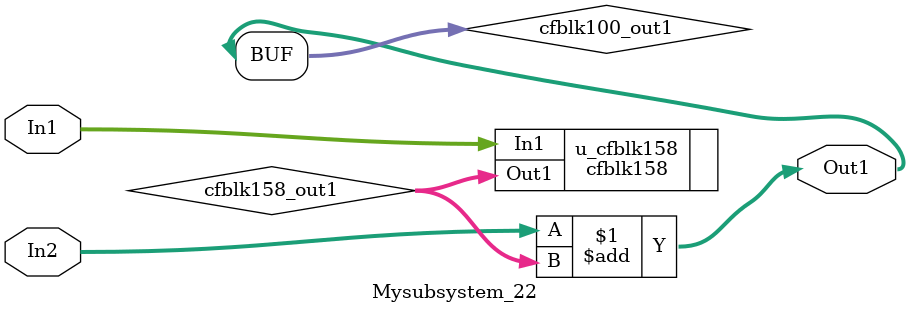
<source format=v>



`timescale 1 ns / 1 ns

module Mysubsystem_22
          (In1,
           In2,
           Out1);


  input   [7:0] In1;  // uint8
  input   [7:0] In2;  // uint8
  output  [7:0] Out1;  // uint8


  wire [7:0] cfblk158_out1;  // uint8
  wire [7:0] cfblk100_out1;  // uint8


  cfblk158 u_cfblk158 (.In1(In1),  // uint8
                       .Out1(cfblk158_out1)  // uint8
                       );

  assign cfblk100_out1 = In2 + cfblk158_out1;



  assign Out1 = cfblk100_out1;

endmodule  // Mysubsystem_22


</source>
